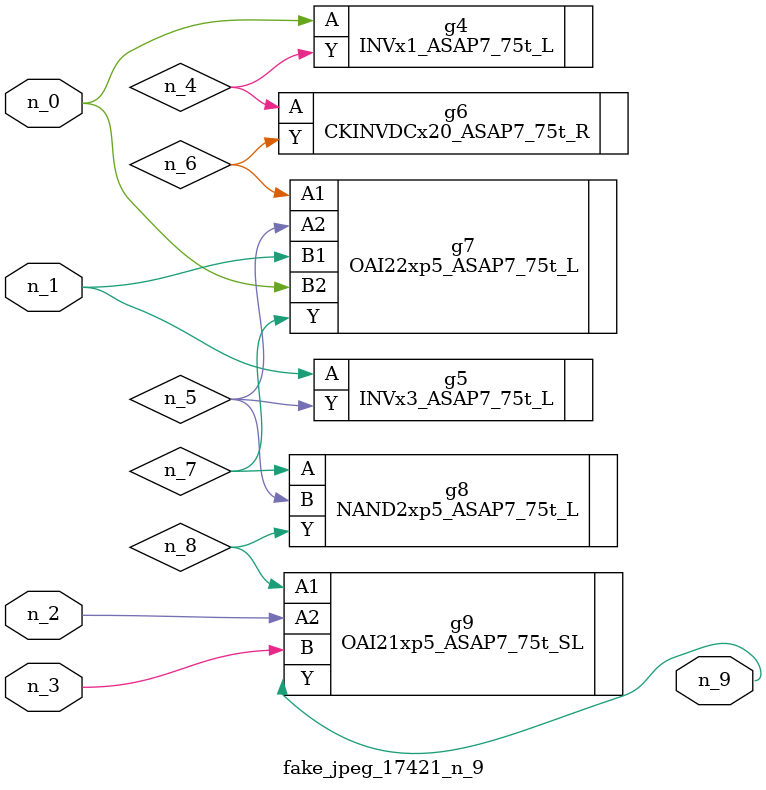
<source format=v>
module fake_jpeg_17421_n_9 (n_0, n_3, n_2, n_1, n_9);

input n_0;
input n_3;
input n_2;
input n_1;

output n_9;

wire n_4;
wire n_8;
wire n_6;
wire n_5;
wire n_7;

INVx1_ASAP7_75t_L g4 ( 
.A(n_0),
.Y(n_4)
);

INVx3_ASAP7_75t_L g5 ( 
.A(n_1),
.Y(n_5)
);

CKINVDCx20_ASAP7_75t_R g6 ( 
.A(n_4),
.Y(n_6)
);

OAI22xp5_ASAP7_75t_L g7 ( 
.A1(n_6),
.A2(n_5),
.B1(n_1),
.B2(n_0),
.Y(n_7)
);

NAND2xp5_ASAP7_75t_L g8 ( 
.A(n_7),
.B(n_5),
.Y(n_8)
);

OAI21xp5_ASAP7_75t_SL g9 ( 
.A1(n_8),
.A2(n_2),
.B(n_3),
.Y(n_9)
);


endmodule
</source>
